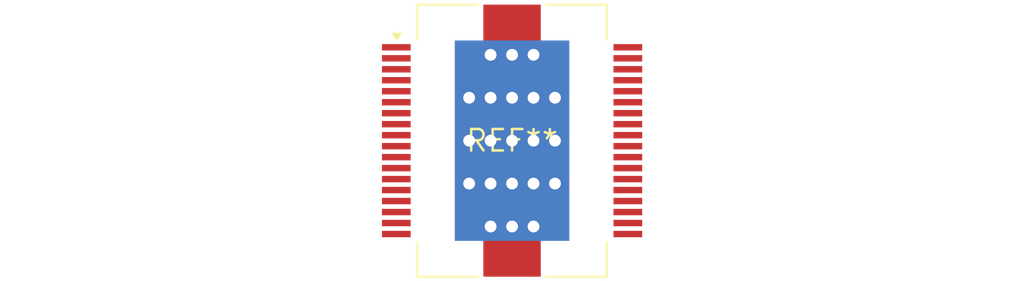
<source format=kicad_pcb>
(kicad_pcb (version 20240108) (generator pcbnew)
  (layers (0 "F.Cu" signal) (31 "B.Cu" signal) (34 "B.Paste" user) (35 "F.Paste" user) (36 "B.SilkS" user "B.Silkscreen") (37 "F.SilkS" user "F.Silkscreen") (38 "B.Mask" user) (39 "F.Mask" user) (44 "Edge.Cuts" user))
  (net 0 "")
  (footprint "HSOP-36-1EP_11.0x15.9mm_P0.65mm_SlugDown_ThermalVias" (layer "F.Cu") (at 0 0)
    (property "Reference" "REF**")
    (property "Value" "HSOP-36-1EP_11.0x15.9mm_P0.65mm_SlugDown_ThermalVias")
    (fp_line (start -5.6 -8.05) (end -5.6 -6) (layer "F.SilkS") (stroke (width 0.12)))
    (fp_line (start -5.6 8.05) (end -5.6 6) (layer "F.SilkS") (stroke (width 0.12)))
    (fp_line (start -2 -8.05) (end -5.6 -8.05) (layer "F.SilkS") (stroke (width 0.12)))
    (fp_line (start -2 8.05) (end -5.6 8.05) (layer "F.SilkS") (stroke (width 0.12)))
    (fp_line (start 5.6 -8.05) (end 2 -8.05) (layer "F.SilkS") (stroke (width 0.12)))
    (fp_line (start 5.6 -8.05) (end 5.6 -6) (layer "F.SilkS") (stroke (width 0.12)))
    (fp_line (start 5.6 8.05) (end 2 8.05) (layer "F.SilkS") (stroke (width 0.12)))
    (fp_line (start 5.6 8.05) (end 5.6 6) (layer "F.SilkS") (stroke (width 0.12)))
    (fp_poly (pts (xy -6.825 -6) (xy -7.065 -6.33) (xy -6.585 -6.33) (xy -6.825 -6)) (layer "F.SilkS") (stroke (width 0.12)) (fill solid))
    (pad "1" smd rect (at -6.85 -5.525) (size 1.7 0.38) (layers "F.Cu" "F.Paste" "F.Mask"))
    (pad "2" smd rect (at -6.85 -4.875) (size 1.7 0.38) (layers "F.Cu" "F.Paste" "F.Mask"))
    (pad "3" smd rect (at -6.85 -4.225) (size 1.7 0.38) (layers "F.Cu" "F.Paste" "F.Mask"))
    (pad "4" smd rect (at -6.85 -3.575) (size 1.7 0.38) (layers "F.Cu" "F.Paste" "F.Mask"))
    (pad "5" smd rect (at -6.85 -2.925) (size 1.7 0.38) (layers "F.Cu" "F.Paste" "F.Mask"))
    (pad "6" smd rect (at -6.85 -2.275) (size 1.7 0.38) (layers "F.Cu" "F.Paste" "F.Mask"))
    (pad "7" smd rect (at -6.85 -1.625) (size 1.7 0.38) (layers "F.Cu" "F.Paste" "F.Mask"))
    (pad "8" smd rect (at -6.85 -0.975) (size 1.7 0.38) (layers "F.Cu" "F.Paste" "F.Mask"))
    (pad "9" smd rect (at -6.85 -0.325) (size 1.7 0.38) (layers "F.Cu" "F.Paste" "F.Mask"))
    (pad "10" smd rect (at -6.85 0.325) (size 1.7 0.38) (layers "F.Cu" "F.Paste" "F.Mask"))
    (pad "11" smd rect (at -6.85 0.975) (size 1.7 0.38) (layers "F.Cu" "F.Paste" "F.Mask"))
    (pad "12" smd rect (at -6.85 1.625) (size 1.7 0.38) (layers "F.Cu" "F.Paste" "F.Mask"))
    (pad "13" smd rect (at -6.85 2.275) (size 1.7 0.38) (layers "F.Cu" "F.Paste" "F.Mask"))
    (pad "14" smd rect (at -6.85 2.925) (size 1.7 0.38) (layers "F.Cu" "F.Paste" "F.Mask"))
    (pad "15" smd rect (at -6.85 3.575) (size 1.7 0.38) (layers "F.Cu" "F.Paste" "F.Mask"))
    (pad "16" smd rect (at -6.85 4.225) (size 1.7 0.38) (layers "F.Cu" "F.Paste" "F.Mask"))
    (pad "17" smd rect (at -6.85 4.875) (size 1.7 0.38) (layers "F.Cu" "F.Paste" "F.Mask"))
    (pad "18" smd rect (at -6.85 5.525) (size 1.7 0.38) (layers "F.Cu" "F.Paste" "F.Mask"))
    (pad "19" smd rect (at 6.85 5.525) (size 1.7 0.38) (layers "F.Cu" "F.Paste" "F.Mask"))
    (pad "20" smd rect (at 6.85 4.875) (size 1.7 0.38) (layers "F.Cu" "F.Paste" "F.Mask"))
    (pad "21" smd rect (at 6.85 4.225) (size 1.7 0.38) (layers "F.Cu" "F.Paste" "F.Mask"))
    (pad "22" smd rect (at 6.85 3.575) (size 1.7 0.38) (layers "F.Cu" "F.Paste" "F.Mask"))
    (pad "23" smd rect (at 6.85 2.925) (size 1.7 0.38) (layers "F.Cu" "F.Paste" "F.Mask"))
    (pad "24" smd rect (at 6.85 2.275) (size 1.7 0.38) (layers "F.Cu" "F.Paste" "F.Mask"))
    (pad "25" smd rect (at 6.85 1.625) (size 1.7 0.38) (layers "F.Cu" "F.Paste" "F.Mask"))
    (pad "26" smd rect (at 6.85 0.975) (size 1.7 0.38) (layers "F.Cu" "F.Paste" "F.Mask"))
    (pad "27" smd rect (at 6.85 0.325) (size 1.7 0.38) (layers "F.Cu" "F.Paste" "F.Mask"))
    (pad "28" smd rect (at 6.85 -0.325) (size 1.7 0.38) (layers "F.Cu" "F.Paste" "F.Mask"))
    (pad "29" smd rect (at 6.85 -0.975) (size 1.7 0.38) (layers "F.Cu" "F.Paste" "F.Mask"))
    (pad "30" smd rect (at 6.85 -1.625) (size 1.7 0.38) (layers "F.Cu" "F.Paste" "F.Mask"))
    (pad "31" smd rect (at 6.85 -2.275) (size 1.7 0.38) (layers "F.Cu" "F.Paste" "F.Mask"))
    (pad "32" smd rect (at 6.85 -2.925) (size 1.7 0.38) (layers "F.Cu" "F.Paste" "F.Mask"))
    (pad "33" smd rect (at 6.85 -3.575) (size 1.7 0.38) (layers "F.Cu" "F.Paste" "F.Mask"))
    (pad "34" smd rect (at 6.85 -4.225) (size 1.7 0.38) (layers "F.Cu" "F.Paste" "F.Mask"))
    (pad "35" smd rect (at 6.85 -4.875) (size 1.7 0.38) (layers "F.Cu" "F.Paste" "F.Mask"))
    (pad "36" smd rect (at 6.85 -5.525) (size 1.7 0.38) (layers "F.Cu" "F.Paste" "F.Mask"))
    (pad "37" thru_hole circle (at -2.54 -2.54) (size 1 1) (drill 0.7) (layers *.Cu) (remove_unused_layers))
    (pad "37" thru_hole circle (at -2.54 0) (size 1 1) (drill 0.7) (layers *.Cu) (remove_unused_layers))
    (pad "37" thru_hole circle (at -2.54 2.54) (size 1 1) (drill 0.7) (layers *.Cu) (remove_unused_layers))
    (pad "37" thru_hole circle (at -1.27 -5.08) (size 1 1) (drill 0.7) (layers *.Cu) (remove_unused_layers))
    (pad "37" thru_hole circle (at -1.27 -2.54) (size 1 1) (drill 0.7) (layers *.Cu) (remove_unused_layers))
    (pad "37" thru_hole circle (at -1.27 0) (size 1 1) (drill 0.7) (layers *.Cu) (remove_unused_layers))
    (pad "37" thru_hole circle (at -1.27 2.54) (size 1 1) (drill 0.7) (layers *.Cu) (remove_unused_layers))
    (pad "37" thru_hole circle (at -1.27 5.08) (size 1 1) (drill 0.7) (layers *.Cu) (remove_unused_layers))
    (pad "37" smd rect (at 0 -6.8425) (size 3.4 2.415) (layers "F.Cu" "F.Paste" "F.Mask"))
    (pad "37" thru_hole circle (at 0 -5.08) (size 1 1) (drill 0.7) (layers *.Cu) (remove_unused_layers))
    (pad "37" thru_hole circle (at 0 -2.54) (size 1 1) (drill 0.7) (layers *.Cu) (remove_unused_layers))
    (pad "37" thru_hole circle (at 0 0) (size 1 1) (drill 0.7) (layers *.Cu) (remove_unused_layers))
    (pad "37" smd rect (at 0 0) (size 6.4 11.27) (layers "F.Cu" "F.Paste" "F.Mask"))
    (pad "37" smd rect (at 0 0) (size 6.78 11.86) (layers "B.Cu"))
    (pad "37" thru_hole circle (at 0 2.54) (size 1 1) (drill 0.7) (layers *.Cu) (remove_unused_layers))
    (pad "37" thru_hole circle (at 0 5.08) (size 1 1) (drill 0.7) (layers *.Cu) (remove_unused_layers))
    (pad "37" smd rect (at 0 6.8425) (size 3.4 2.415) (layers "F.Cu" "F.Paste" "F.Mask"))
    (pad "37" thru_hole circle (at 1.27 -5.08) (size 1 1) (drill 0.7) (layers *.Cu) (remove_unused_layers))
    (pad "37" thru_hole circle (at 1.27 -2.54) (size 1 1) (drill 0.7) (layers *.Cu) (remove_unused_layers))
    (pad "37" thru_hole circle (at 1.27 0) (size 1 1) (drill 0.7) (layers *.Cu) (remove_unused_layers))
    (pad "37" thru_hole circle (at 1.27 2.54) (size 1 1) (drill 0.7) (layers *.Cu) (remove_unused_layers))
    (pad "37" thru_hole circle (at 1.27 5.08) (size 1 1) (drill 0.7) (layers *.Cu) (remove_unused_layers))
    (pad "37" thru_hole circle (at 2.54 -2.54) (size 1 1) (drill 0.7) (layers *.Cu) (remove_unused_layers))
    (pad "37" thru_hole circle (at 2.54 0) (size 1 1) (drill 0.7) (layers *.Cu) (remove_unused_layers))
    (pad "37" thru_hole circle (at 2.54 2.54) (size 1 1) (drill 0.7) (layers *.Cu) (remove_unused_layers))
  )
)
</source>
